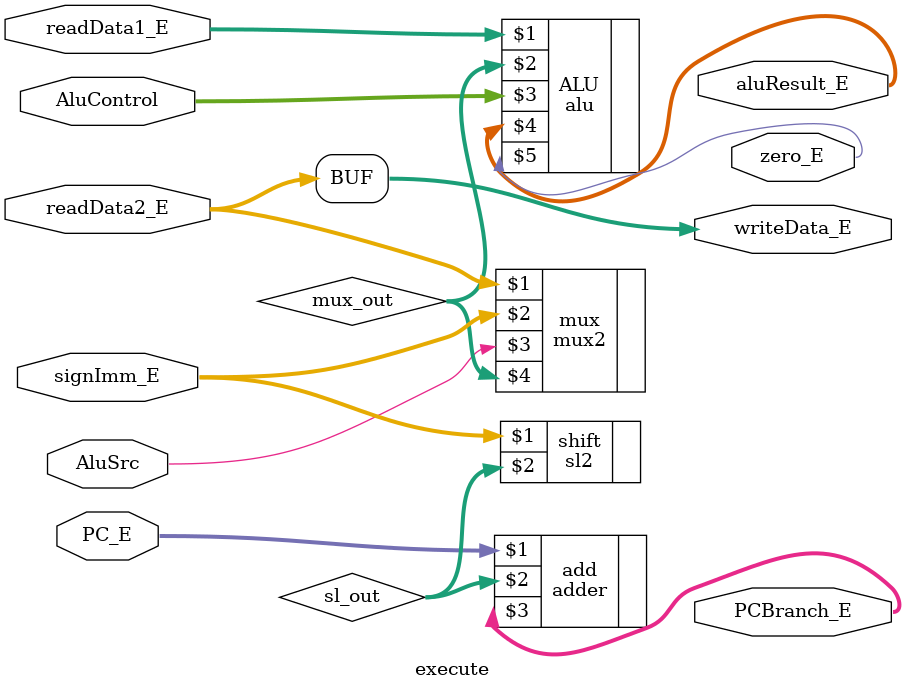
<source format=sv>
module execute #(parameter N = 64)
    (input  logic AluSrc,
     input  logic [3:0] AluControl,
     input  logic [N-1:0] PC_E, signImm_E, readData1_E, readData2_E,
     output logic [N-1:0] PCBranch_E, aluResult_E, writeData_E,
     output logic zero_E 
    );
    
    logic [N-1:0] sl_out, mux_out;

    adder add(PC_E, sl_out, PCBranch_E);
    sl2 shift(signImm_E, sl_out);
    alu ALU(readData1_E, mux_out, AluControl, aluResult_E, zero_E);
    mux2 mux(readData2_E, signImm_E, AluSrc, mux_out);
    assign writeData_E = readData2_E;
endmodule

</source>
